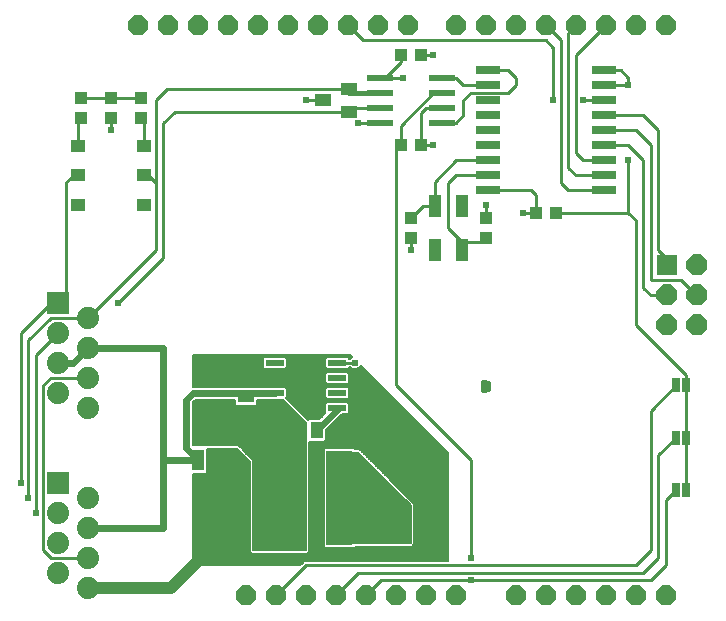
<source format=gtl>
G75*
G70*
%OFA0B0*%
%FSLAX24Y24*%
%IPPOS*%
%LPD*%
%AMOC8*
5,1,8,0,0,1.08239X$1,22.5*
%
%ADD10R,0.0800X0.0260*%
%ADD11R,0.0870X0.0240*%
%ADD12R,0.0433X0.0748*%
%ADD13R,0.0394X0.0433*%
%ADD14R,0.0433X0.0394*%
%ADD15OC8,0.0660*%
%ADD16OC8,0.0700*%
%ADD17R,0.0700X0.0700*%
%ADD18C,0.0740*%
%ADD19R,0.0740X0.0740*%
%ADD20R,0.0250X0.0500*%
%ADD21C,0.0000*%
%ADD22C,0.0001*%
%ADD23R,0.0453X0.0394*%
%ADD24R,0.0551X0.0394*%
%ADD25R,0.0630X0.0210*%
%ADD26R,0.0950X0.1220*%
%ADD27R,0.0440X0.0710*%
%ADD28R,0.0570X0.0440*%
%ADD29R,0.0440X0.0570*%
%ADD30R,0.0310X0.1280*%
%ADD31R,0.0640X0.0860*%
%ADD32R,0.0870X0.3150*%
%ADD33C,0.0100*%
%ADD34C,0.0240*%
%ADD35C,0.0060*%
%ADD36C,0.0238*%
%ADD37C,0.0317*%
%ADD38C,0.0400*%
%ADD39C,0.0160*%
D10*
X021212Y015000D03*
X021212Y015500D03*
X021212Y016000D03*
X021212Y016500D03*
X021212Y017000D03*
X021212Y017500D03*
X021212Y018000D03*
X021212Y018500D03*
X021212Y019000D03*
X025072Y019000D03*
X025072Y018500D03*
X025072Y018000D03*
X025072Y017500D03*
X025072Y017000D03*
X025072Y016500D03*
X025072Y016000D03*
X025072Y015500D03*
X025072Y015000D03*
D11*
X019672Y017250D03*
X019672Y017750D03*
X019672Y018250D03*
X019672Y018750D03*
X017612Y018750D03*
X017612Y018250D03*
X017612Y017750D03*
X017612Y017250D03*
D12*
X019439Y014478D03*
X020345Y014478D03*
X020345Y013022D03*
X019439Y013022D03*
D13*
X018642Y013415D03*
X018642Y014085D03*
X021142Y014085D03*
X021142Y013415D03*
X009642Y017415D03*
X009642Y018085D03*
X008642Y018085D03*
X008642Y017415D03*
X007642Y017415D03*
X007642Y018085D03*
D14*
X018307Y019500D03*
X018977Y019500D03*
X018977Y016500D03*
X018307Y016500D03*
X022807Y014250D03*
X023477Y014250D03*
D15*
X023142Y020500D03*
X022142Y020500D03*
X021142Y020500D03*
X020142Y020500D03*
X018542Y020500D03*
X017542Y020500D03*
X016542Y020500D03*
X015542Y020500D03*
X014542Y020500D03*
X013542Y020500D03*
X012542Y020500D03*
X011542Y020500D03*
X010542Y020500D03*
X009542Y020500D03*
X024142Y020500D03*
X025142Y020500D03*
X026142Y020500D03*
X027142Y020500D03*
X027142Y001500D03*
X026142Y001500D03*
X025142Y001500D03*
X024142Y001500D03*
X023142Y001500D03*
X022142Y001500D03*
X020142Y001500D03*
X019142Y001500D03*
X018142Y001500D03*
X017142Y001500D03*
X016142Y001500D03*
X015142Y001500D03*
X014142Y001500D03*
X013142Y001500D03*
D16*
X027192Y010500D03*
X028192Y010500D03*
X028192Y011500D03*
X027192Y011500D03*
X028192Y012500D03*
D17*
X027192Y012500D03*
D18*
X007892Y010750D03*
X006892Y010250D03*
X007892Y009750D03*
X006892Y009250D03*
X007892Y008750D03*
X006892Y008250D03*
X007892Y007750D03*
X007892Y004750D03*
X006892Y004250D03*
X007892Y003750D03*
X006892Y003250D03*
X007892Y002750D03*
X006892Y002250D03*
X007892Y001750D03*
D19*
X006892Y005250D03*
X006892Y011250D03*
D20*
X027484Y008500D03*
X027804Y008500D03*
X027819Y006750D03*
X027465Y006750D03*
X027465Y005000D03*
X027819Y005000D03*
D21*
X021266Y008344D02*
X021266Y008596D01*
X021266Y008628D01*
X021238Y008636D01*
X021211Y008648D01*
X021179Y008656D01*
X021152Y008667D01*
X021124Y008679D01*
X021097Y008687D01*
X021069Y008699D01*
X021046Y008687D01*
X021018Y008675D01*
X020994Y008663D01*
X020994Y008305D01*
X021018Y008297D01*
X021046Y008285D01*
X021069Y008274D01*
X021097Y008285D01*
X021124Y008293D01*
X021152Y008305D01*
X021179Y008313D01*
X021211Y008325D01*
X021238Y008337D01*
X021266Y008344D01*
D22*
X021265Y008344D02*
X020994Y008344D01*
X020994Y008343D02*
X021262Y008343D01*
X021258Y008342D02*
X020994Y008342D01*
X020994Y008341D02*
X021255Y008341D01*
X021251Y008340D02*
X020994Y008340D01*
X020994Y008339D02*
X021248Y008339D01*
X021244Y008338D02*
X020994Y008338D01*
X020994Y008337D02*
X021241Y008337D01*
X021238Y008336D02*
X020994Y008336D01*
X020994Y008335D02*
X021235Y008335D01*
X021233Y008334D02*
X020994Y008334D01*
X020994Y008333D02*
X021231Y008333D01*
X021228Y008332D02*
X020994Y008332D01*
X020994Y008331D02*
X021226Y008331D01*
X021224Y008330D02*
X020994Y008330D01*
X020994Y008329D02*
X021221Y008329D01*
X021219Y008328D02*
X020994Y008328D01*
X020994Y008327D02*
X021217Y008327D01*
X021214Y008326D02*
X020994Y008326D01*
X020994Y008325D02*
X021212Y008325D01*
X021210Y008324D02*
X020994Y008324D01*
X020994Y008323D02*
X021207Y008323D01*
X021204Y008322D02*
X020994Y008322D01*
X020994Y008321D02*
X021202Y008321D01*
X021199Y008320D02*
X020994Y008320D01*
X020994Y008319D02*
X021196Y008319D01*
X021194Y008318D02*
X020994Y008318D01*
X020994Y008317D02*
X021191Y008317D01*
X021188Y008316D02*
X020994Y008316D01*
X020994Y008315D02*
X021186Y008315D01*
X021183Y008314D02*
X020994Y008314D01*
X020994Y008313D02*
X021180Y008313D01*
X021177Y008312D02*
X020994Y008312D01*
X020994Y008311D02*
X021173Y008311D01*
X021170Y008310D02*
X020994Y008310D01*
X020994Y008309D02*
X021166Y008309D01*
X021163Y008308D02*
X020994Y008308D01*
X020994Y008307D02*
X021159Y008307D01*
X021156Y008306D02*
X020994Y008306D01*
X020994Y008305D02*
X021152Y008305D01*
X021150Y008304D02*
X020997Y008304D01*
X021000Y008303D02*
X021148Y008303D01*
X021145Y008302D02*
X021003Y008302D01*
X021006Y008301D02*
X021143Y008301D01*
X021141Y008300D02*
X021009Y008300D01*
X021012Y008299D02*
X021138Y008299D01*
X021136Y008298D02*
X021015Y008298D01*
X021018Y008297D02*
X021134Y008297D01*
X021131Y008296D02*
X021020Y008296D01*
X021022Y008295D02*
X021129Y008295D01*
X021127Y008294D02*
X021025Y008294D01*
X021027Y008293D02*
X021124Y008293D01*
X021121Y008292D02*
X021029Y008292D01*
X021032Y008291D02*
X021117Y008291D01*
X021114Y008290D02*
X021034Y008290D01*
X021036Y008289D02*
X021110Y008289D01*
X021107Y008288D02*
X021039Y008288D01*
X021041Y008287D02*
X021103Y008287D01*
X021100Y008286D02*
X021043Y008286D01*
X021046Y008285D02*
X021096Y008285D01*
X021094Y008284D02*
X021048Y008284D01*
X021050Y008283D02*
X021092Y008283D01*
X021089Y008282D02*
X021052Y008282D01*
X021054Y008281D02*
X021087Y008281D01*
X021085Y008280D02*
X021056Y008280D01*
X021058Y008279D02*
X021082Y008279D01*
X021080Y008278D02*
X021060Y008278D01*
X021062Y008277D02*
X021078Y008277D01*
X021075Y008276D02*
X021064Y008276D01*
X021066Y008275D02*
X021073Y008275D01*
X021071Y008274D02*
X021068Y008274D01*
X020994Y008345D02*
X021266Y008345D01*
X021266Y008346D02*
X020994Y008346D01*
X020994Y008347D02*
X021266Y008347D01*
X021266Y008348D02*
X020994Y008348D01*
X020994Y008349D02*
X021266Y008349D01*
X021266Y008350D02*
X020994Y008350D01*
X020994Y008351D02*
X021266Y008351D01*
X021266Y008352D02*
X020994Y008352D01*
X020994Y008353D02*
X021266Y008353D01*
X021266Y008354D02*
X020994Y008354D01*
X020994Y008355D02*
X021266Y008355D01*
X021266Y008356D02*
X020994Y008356D01*
X020994Y008357D02*
X021266Y008357D01*
X021266Y008358D02*
X020994Y008358D01*
X020994Y008359D02*
X021266Y008359D01*
X021266Y008360D02*
X020994Y008360D01*
X020994Y008361D02*
X021266Y008361D01*
X021266Y008362D02*
X020994Y008362D01*
X020994Y008363D02*
X021266Y008363D01*
X021266Y008364D02*
X020994Y008364D01*
X020994Y008365D02*
X021266Y008365D01*
X021266Y008366D02*
X020994Y008366D01*
X020994Y008367D02*
X021266Y008367D01*
X021266Y008368D02*
X020994Y008368D01*
X020994Y008369D02*
X021266Y008369D01*
X021266Y008370D02*
X020994Y008370D01*
X020994Y008371D02*
X021266Y008371D01*
X021266Y008372D02*
X020994Y008372D01*
X020994Y008373D02*
X021266Y008373D01*
X021266Y008374D02*
X020994Y008374D01*
X020994Y008375D02*
X021266Y008375D01*
X021266Y008376D02*
X020994Y008376D01*
X020994Y008377D02*
X021266Y008377D01*
X021266Y008378D02*
X020994Y008378D01*
X020994Y008379D02*
X021266Y008379D01*
X021266Y008380D02*
X020994Y008380D01*
X020994Y008381D02*
X021266Y008381D01*
X021266Y008382D02*
X020994Y008382D01*
X020994Y008383D02*
X021266Y008383D01*
X021266Y008384D02*
X020994Y008384D01*
X020994Y008385D02*
X021266Y008385D01*
X021266Y008386D02*
X020994Y008386D01*
X020994Y008387D02*
X021266Y008387D01*
X021266Y008388D02*
X020994Y008388D01*
X020994Y008389D02*
X021266Y008389D01*
X021266Y008390D02*
X020994Y008390D01*
X020994Y008391D02*
X021266Y008391D01*
X021266Y008392D02*
X020994Y008392D01*
X020994Y008393D02*
X021266Y008393D01*
X021266Y008394D02*
X020994Y008394D01*
X020994Y008395D02*
X021266Y008395D01*
X021266Y008396D02*
X020994Y008396D01*
X020994Y008397D02*
X021266Y008397D01*
X021266Y008398D02*
X020994Y008398D01*
X020994Y008399D02*
X021266Y008399D01*
X021266Y008400D02*
X020994Y008400D01*
X020994Y008401D02*
X021266Y008401D01*
X021266Y008402D02*
X020994Y008402D01*
X020994Y008403D02*
X021266Y008403D01*
X021266Y008404D02*
X020994Y008404D01*
X020994Y008405D02*
X021266Y008405D01*
X021266Y008406D02*
X020994Y008406D01*
X020994Y008407D02*
X021266Y008407D01*
X021266Y008408D02*
X020994Y008408D01*
X020994Y008409D02*
X021266Y008409D01*
X021266Y008410D02*
X020994Y008410D01*
X020994Y008411D02*
X021266Y008411D01*
X021266Y008412D02*
X020994Y008412D01*
X020994Y008413D02*
X021266Y008413D01*
X021266Y008414D02*
X020994Y008414D01*
X020994Y008415D02*
X021266Y008415D01*
X021266Y008416D02*
X020994Y008416D01*
X020994Y008417D02*
X021266Y008417D01*
X021266Y008418D02*
X020994Y008418D01*
X020994Y008419D02*
X021266Y008419D01*
X021266Y008420D02*
X020994Y008420D01*
X020994Y008421D02*
X021266Y008421D01*
X021266Y008422D02*
X020994Y008422D01*
X020994Y008423D02*
X021266Y008423D01*
X021266Y008424D02*
X020994Y008424D01*
X020994Y008425D02*
X021266Y008425D01*
X021266Y008426D02*
X020994Y008426D01*
X020994Y008427D02*
X021266Y008427D01*
X021266Y008428D02*
X020994Y008428D01*
X020994Y008429D02*
X021266Y008429D01*
X021266Y008430D02*
X020994Y008430D01*
X020994Y008431D02*
X021266Y008431D01*
X021266Y008432D02*
X020994Y008432D01*
X020994Y008433D02*
X021266Y008433D01*
X021266Y008434D02*
X020994Y008434D01*
X020994Y008435D02*
X021266Y008435D01*
X021266Y008436D02*
X020994Y008436D01*
X020994Y008437D02*
X021266Y008437D01*
X021266Y008438D02*
X020994Y008438D01*
X020994Y008439D02*
X021266Y008439D01*
X021266Y008440D02*
X020994Y008440D01*
X020994Y008441D02*
X021266Y008441D01*
X021266Y008442D02*
X020994Y008442D01*
X020994Y008443D02*
X021266Y008443D01*
X021266Y008444D02*
X020994Y008444D01*
X020994Y008445D02*
X021266Y008445D01*
X021266Y008446D02*
X020994Y008446D01*
X020994Y008447D02*
X021266Y008447D01*
X021266Y008448D02*
X020994Y008448D01*
X020994Y008449D02*
X021266Y008449D01*
X021266Y008450D02*
X020994Y008450D01*
X020994Y008451D02*
X021266Y008451D01*
X021266Y008452D02*
X020994Y008452D01*
X020994Y008453D02*
X021266Y008453D01*
X021266Y008454D02*
X020994Y008454D01*
X020994Y008455D02*
X021266Y008455D01*
X021266Y008456D02*
X020994Y008456D01*
X020994Y008457D02*
X021266Y008457D01*
X021266Y008458D02*
X020994Y008458D01*
X020994Y008459D02*
X021266Y008459D01*
X021266Y008460D02*
X020994Y008460D01*
X020994Y008461D02*
X021266Y008461D01*
X021266Y008462D02*
X020994Y008462D01*
X020994Y008463D02*
X021266Y008463D01*
X021266Y008464D02*
X020994Y008464D01*
X020994Y008465D02*
X021266Y008465D01*
X021266Y008466D02*
X020994Y008466D01*
X020994Y008467D02*
X021266Y008467D01*
X021266Y008468D02*
X020994Y008468D01*
X020994Y008469D02*
X021266Y008469D01*
X021266Y008470D02*
X020994Y008470D01*
X020994Y008471D02*
X021266Y008471D01*
X021266Y008472D02*
X020994Y008472D01*
X020994Y008473D02*
X021266Y008473D01*
X021266Y008474D02*
X020994Y008474D01*
X020994Y008475D02*
X021266Y008475D01*
X021266Y008476D02*
X020994Y008476D01*
X020994Y008477D02*
X021266Y008477D01*
X021266Y008478D02*
X020994Y008478D01*
X020994Y008479D02*
X021266Y008479D01*
X021266Y008480D02*
X020994Y008480D01*
X020994Y008481D02*
X021266Y008481D01*
X021266Y008482D02*
X020994Y008482D01*
X020994Y008483D02*
X021266Y008483D01*
X021266Y008484D02*
X020994Y008484D01*
X020994Y008485D02*
X021266Y008485D01*
X021266Y008486D02*
X020994Y008486D01*
X020994Y008487D02*
X021266Y008487D01*
X021266Y008488D02*
X020994Y008488D01*
X020994Y008489D02*
X021266Y008489D01*
X021266Y008490D02*
X020994Y008490D01*
X020994Y008491D02*
X021266Y008491D01*
X021266Y008492D02*
X020994Y008492D01*
X020994Y008493D02*
X021266Y008493D01*
X021266Y008494D02*
X020994Y008494D01*
X020994Y008495D02*
X021266Y008495D01*
X021266Y008496D02*
X020994Y008496D01*
X020994Y008497D02*
X021266Y008497D01*
X021266Y008498D02*
X020994Y008498D01*
X020994Y008499D02*
X021266Y008499D01*
X021266Y008500D02*
X020994Y008500D01*
X020994Y008501D02*
X021266Y008501D01*
X021266Y008502D02*
X020994Y008502D01*
X020994Y008503D02*
X021266Y008503D01*
X021266Y008504D02*
X020994Y008504D01*
X020994Y008505D02*
X021266Y008505D01*
X021266Y008506D02*
X020994Y008506D01*
X020994Y008507D02*
X021266Y008507D01*
X021266Y008508D02*
X020994Y008508D01*
X020994Y008509D02*
X021266Y008509D01*
X021266Y008510D02*
X020994Y008510D01*
X020994Y008511D02*
X021266Y008511D01*
X021266Y008512D02*
X020994Y008512D01*
X020994Y008513D02*
X021266Y008513D01*
X021266Y008514D02*
X020994Y008514D01*
X020994Y008515D02*
X021266Y008515D01*
X021266Y008516D02*
X020994Y008516D01*
X020994Y008517D02*
X021266Y008517D01*
X021266Y008518D02*
X020994Y008518D01*
X020994Y008519D02*
X021266Y008519D01*
X021266Y008520D02*
X020994Y008520D01*
X020994Y008521D02*
X021266Y008521D01*
X021266Y008522D02*
X020994Y008522D01*
X020994Y008523D02*
X021266Y008523D01*
X021266Y008524D02*
X020994Y008524D01*
X020994Y008525D02*
X021266Y008525D01*
X021266Y008526D02*
X020994Y008526D01*
X020994Y008527D02*
X021266Y008527D01*
X021266Y008528D02*
X020994Y008528D01*
X020994Y008529D02*
X021266Y008529D01*
X021266Y008530D02*
X020994Y008530D01*
X020994Y008531D02*
X021266Y008531D01*
X021266Y008532D02*
X020994Y008532D01*
X020994Y008533D02*
X021266Y008533D01*
X021266Y008534D02*
X020994Y008534D01*
X020994Y008535D02*
X021266Y008535D01*
X021266Y008536D02*
X020994Y008536D01*
X020994Y008537D02*
X021266Y008537D01*
X021266Y008538D02*
X020994Y008538D01*
X020994Y008539D02*
X021266Y008539D01*
X021266Y008540D02*
X020994Y008540D01*
X020994Y008541D02*
X021266Y008541D01*
X021266Y008542D02*
X020994Y008542D01*
X020994Y008543D02*
X021266Y008543D01*
X021266Y008544D02*
X020994Y008544D01*
X020994Y008545D02*
X021266Y008545D01*
X021266Y008546D02*
X020994Y008546D01*
X020994Y008547D02*
X021266Y008547D01*
X021266Y008548D02*
X020994Y008548D01*
X020994Y008549D02*
X021266Y008549D01*
X021266Y008550D02*
X020994Y008550D01*
X020994Y008551D02*
X021266Y008551D01*
X021266Y008552D02*
X020994Y008552D01*
X020994Y008553D02*
X021266Y008553D01*
X021266Y008554D02*
X020994Y008554D01*
X020994Y008555D02*
X021266Y008555D01*
X021266Y008556D02*
X020994Y008556D01*
X020994Y008557D02*
X021266Y008557D01*
X021266Y008558D02*
X020994Y008558D01*
X020994Y008559D02*
X021266Y008559D01*
X021266Y008560D02*
X020994Y008560D01*
X020994Y008561D02*
X021266Y008561D01*
X021266Y008562D02*
X020994Y008562D01*
X020994Y008563D02*
X021266Y008563D01*
X021266Y008564D02*
X020994Y008564D01*
X020994Y008565D02*
X021266Y008565D01*
X021266Y008566D02*
X020994Y008566D01*
X020994Y008567D02*
X021266Y008567D01*
X021266Y008568D02*
X020994Y008568D01*
X020994Y008569D02*
X021266Y008569D01*
X021266Y008570D02*
X020994Y008570D01*
X020994Y008571D02*
X021266Y008571D01*
X021266Y008572D02*
X020994Y008572D01*
X020994Y008573D02*
X021266Y008573D01*
X021266Y008574D02*
X020994Y008574D01*
X020994Y008575D02*
X021266Y008575D01*
X021266Y008576D02*
X020994Y008576D01*
X020994Y008577D02*
X021266Y008577D01*
X021266Y008578D02*
X020994Y008578D01*
X020994Y008579D02*
X021266Y008579D01*
X021266Y008580D02*
X020994Y008580D01*
X020994Y008581D02*
X021266Y008581D01*
X021266Y008582D02*
X020994Y008582D01*
X020994Y008583D02*
X021266Y008583D01*
X021266Y008584D02*
X020994Y008584D01*
X020994Y008585D02*
X021266Y008585D01*
X021266Y008586D02*
X020994Y008586D01*
X020994Y008587D02*
X021266Y008587D01*
X021266Y008588D02*
X020994Y008588D01*
X020994Y008589D02*
X021266Y008589D01*
X021266Y008590D02*
X020994Y008590D01*
X020994Y008591D02*
X021266Y008591D01*
X021266Y008592D02*
X020994Y008592D01*
X020994Y008593D02*
X021266Y008593D01*
X021266Y008594D02*
X020994Y008594D01*
X020994Y008595D02*
X021266Y008595D01*
X021266Y008596D02*
X020994Y008596D01*
X020994Y008597D02*
X021266Y008597D01*
X021266Y008598D02*
X020994Y008598D01*
X020994Y008599D02*
X021266Y008599D01*
X021266Y008600D02*
X020994Y008600D01*
X020994Y008601D02*
X021266Y008601D01*
X021266Y008602D02*
X020994Y008602D01*
X020994Y008603D02*
X021266Y008603D01*
X021266Y008604D02*
X020994Y008604D01*
X020994Y008605D02*
X021266Y008605D01*
X021266Y008606D02*
X020994Y008606D01*
X020994Y008607D02*
X021266Y008607D01*
X021266Y008608D02*
X020994Y008608D01*
X020994Y008609D02*
X021266Y008609D01*
X021266Y008610D02*
X020994Y008610D01*
X020994Y008611D02*
X021266Y008611D01*
X021266Y008612D02*
X020994Y008612D01*
X020994Y008613D02*
X021266Y008613D01*
X021266Y008614D02*
X020994Y008614D01*
X020994Y008615D02*
X021266Y008615D01*
X021266Y008616D02*
X020994Y008616D01*
X020994Y008617D02*
X021266Y008617D01*
X021266Y008618D02*
X020994Y008618D01*
X020994Y008619D02*
X021266Y008619D01*
X021266Y008620D02*
X020994Y008620D01*
X020994Y008621D02*
X021266Y008621D01*
X021266Y008622D02*
X020994Y008622D01*
X020994Y008623D02*
X021266Y008623D01*
X021266Y008624D02*
X020994Y008624D01*
X020994Y008625D02*
X021266Y008625D01*
X021266Y008626D02*
X020994Y008626D01*
X020994Y008627D02*
X021266Y008627D01*
X021266Y008628D02*
X020994Y008628D01*
X020994Y008629D02*
X021262Y008629D01*
X021259Y008630D02*
X020994Y008630D01*
X020994Y008631D02*
X021255Y008631D01*
X021252Y008632D02*
X020994Y008632D01*
X020994Y008633D02*
X021248Y008633D01*
X021245Y008634D02*
X020994Y008634D01*
X020994Y008635D02*
X021241Y008635D01*
X021238Y008636D02*
X020994Y008636D01*
X020994Y008637D02*
X021236Y008637D01*
X021233Y008638D02*
X020994Y008638D01*
X020994Y008639D02*
X021231Y008639D01*
X021229Y008640D02*
X020994Y008640D01*
X020994Y008641D02*
X021226Y008641D01*
X021224Y008642D02*
X020994Y008642D01*
X020994Y008643D02*
X021222Y008643D01*
X021219Y008644D02*
X020994Y008644D01*
X020994Y008645D02*
X021217Y008645D01*
X021215Y008646D02*
X020994Y008646D01*
X020994Y008647D02*
X021212Y008647D01*
X021210Y008648D02*
X020994Y008648D01*
X020994Y008649D02*
X021206Y008649D01*
X021202Y008650D02*
X020994Y008650D01*
X020994Y008651D02*
X021198Y008651D01*
X021194Y008652D02*
X020994Y008652D01*
X020994Y008653D02*
X021190Y008653D01*
X021186Y008654D02*
X020994Y008654D01*
X020994Y008655D02*
X021182Y008655D01*
X021178Y008656D02*
X020994Y008656D01*
X020994Y008657D02*
X021176Y008657D01*
X021174Y008658D02*
X020994Y008658D01*
X020994Y008659D02*
X021171Y008659D01*
X021169Y008660D02*
X020994Y008660D01*
X020994Y008661D02*
X021167Y008661D01*
X021164Y008662D02*
X020994Y008662D01*
X020994Y008663D02*
X021162Y008663D01*
X021160Y008664D02*
X020995Y008664D01*
X020997Y008665D02*
X021157Y008665D01*
X021155Y008666D02*
X020999Y008666D01*
X021001Y008667D02*
X021153Y008667D01*
X021150Y008668D02*
X021003Y008668D01*
X021005Y008669D02*
X021148Y008669D01*
X021146Y008670D02*
X021007Y008670D01*
X021009Y008671D02*
X021143Y008671D01*
X021141Y008672D02*
X021011Y008672D01*
X021013Y008673D02*
X021139Y008673D01*
X021136Y008674D02*
X021015Y008674D01*
X021017Y008675D02*
X021134Y008675D01*
X021132Y008676D02*
X021020Y008676D01*
X021022Y008677D02*
X021129Y008677D01*
X021127Y008678D02*
X021024Y008678D01*
X021027Y008679D02*
X021125Y008679D01*
X021121Y008680D02*
X021029Y008680D01*
X021031Y008681D02*
X021118Y008681D01*
X021114Y008682D02*
X021034Y008682D01*
X021036Y008683D02*
X021111Y008683D01*
X021107Y008684D02*
X021038Y008684D01*
X021041Y008685D02*
X021104Y008685D01*
X021100Y008686D02*
X021043Y008686D01*
X021045Y008687D02*
X021097Y008687D01*
X021095Y008688D02*
X021047Y008688D01*
X021049Y008689D02*
X021092Y008689D01*
X021090Y008690D02*
X021051Y008690D01*
X021053Y008691D02*
X021088Y008691D01*
X021085Y008692D02*
X021055Y008692D01*
X021057Y008693D02*
X021083Y008693D01*
X021081Y008694D02*
X021059Y008694D01*
X021061Y008695D02*
X021078Y008695D01*
X021076Y008696D02*
X021063Y008696D01*
X021065Y008697D02*
X021074Y008697D01*
X021071Y008698D02*
X021067Y008698D01*
D23*
X009754Y014516D03*
X009754Y015500D03*
X009754Y016484D03*
X007530Y016484D03*
X007530Y015500D03*
X007530Y014516D03*
D24*
X015709Y018000D03*
X016575Y017626D03*
X016575Y018374D03*
D25*
X016182Y009250D03*
X016182Y008750D03*
X016182Y008250D03*
X016182Y007750D03*
X014102Y007750D03*
X014102Y008250D03*
X014102Y008750D03*
X014102Y009250D03*
D26*
X015142Y008500D03*
D27*
X012732Y006000D03*
X011552Y006000D03*
D28*
X013142Y008140D03*
X013142Y008860D03*
D29*
X014782Y007000D03*
X015502Y007000D03*
D30*
X018392Y005650D03*
X018392Y003850D03*
D31*
X011892Y007520D03*
X011892Y008980D03*
D32*
X014022Y004750D03*
X016262Y004750D03*
D33*
X016892Y004750D02*
X016892Y004500D01*
X015142Y002500D02*
X026142Y002500D01*
X026642Y003000D01*
X026642Y007658D01*
X027484Y008500D01*
X027804Y008500D02*
X027804Y008838D01*
X026142Y010500D01*
X026142Y014000D01*
X025892Y014250D01*
X025892Y016000D01*
X026392Y016000D02*
X025892Y016500D01*
X025072Y016500D01*
X025072Y017000D02*
X026142Y017000D01*
X026642Y016500D01*
X026642Y012000D01*
X027642Y012000D01*
X028142Y011500D01*
X028192Y011500D01*
X027192Y011500D02*
X026642Y011500D01*
X026392Y011750D01*
X026392Y016000D01*
X025072Y016000D02*
X024392Y016000D01*
X024142Y016250D01*
X024142Y019500D01*
X025142Y020500D01*
X024142Y020500D02*
X023892Y020250D01*
X023892Y015750D01*
X024142Y015500D01*
X025072Y015500D01*
X025072Y015000D02*
X023892Y015000D01*
X023642Y015250D01*
X023642Y020000D01*
X023142Y020500D01*
X023142Y020000D02*
X017042Y020000D01*
X016542Y020500D01*
X018307Y019500D02*
X018307Y019275D01*
X017837Y018805D01*
X017892Y018750D01*
X018392Y018750D01*
X017837Y018805D02*
X017612Y018805D01*
X017612Y018750D01*
X016575Y018374D02*
X010516Y018374D01*
X010142Y018000D01*
X010142Y015000D01*
X010142Y013000D01*
X007892Y010750D01*
X006642Y010750D01*
X005892Y010000D01*
X005892Y004750D01*
X006142Y004250D02*
X006142Y009500D01*
X006892Y010250D01*
X006892Y011250D02*
X006642Y011250D01*
X005642Y010250D01*
X005642Y005250D01*
X006392Y003000D02*
X006642Y002750D01*
X007892Y002750D01*
X006392Y003000D02*
X006392Y008500D01*
X006642Y008750D01*
X007892Y008750D01*
X008892Y011250D02*
X010392Y012750D01*
X010392Y017250D01*
X010768Y017626D01*
X016575Y017626D01*
X016699Y017750D01*
X017612Y017750D01*
X017612Y017250D02*
X016892Y017250D01*
X015709Y018000D02*
X015142Y018000D01*
X018142Y016500D02*
X018142Y008500D01*
X020642Y006000D01*
X020642Y002750D01*
X020642Y002000D02*
X019892Y002000D01*
X020642Y002000D01*
X026642Y002000D01*
X027142Y002500D01*
X027142Y004677D01*
X027465Y005000D01*
X027819Y005000D02*
X027819Y008485D01*
X027804Y008500D01*
X027819Y006750D02*
X027819Y005000D01*
X026892Y006177D02*
X027465Y006750D01*
X026892Y006177D02*
X026892Y002750D01*
X026392Y002250D01*
X016892Y002250D01*
X016142Y001500D01*
X017142Y001500D02*
X017642Y002000D01*
X019892Y002000D01*
X015142Y002500D02*
X014142Y001500D01*
X016182Y009250D02*
X016767Y009250D01*
X018642Y013000D02*
X018642Y013415D01*
X018642Y014085D02*
X019036Y014478D01*
X019439Y014478D01*
X019439Y015297D01*
X020142Y016000D01*
X021212Y016000D01*
X021212Y015500D02*
X020142Y015500D01*
X019892Y015250D01*
X019892Y013750D01*
X020345Y013297D01*
X021024Y013297D01*
X021142Y013415D01*
X021142Y014085D02*
X021142Y014500D01*
X021212Y015000D02*
X022642Y015000D01*
X022807Y014835D01*
X022807Y014250D01*
X022392Y014250D01*
X023477Y014250D02*
X025892Y014250D01*
X026892Y013000D02*
X026892Y017000D01*
X026392Y017500D01*
X025072Y017500D01*
X025072Y018000D02*
X024392Y018000D01*
X025072Y018500D02*
X025892Y018500D01*
X025892Y018750D01*
X025642Y019000D01*
X025072Y019000D01*
X023392Y019750D02*
X023392Y018000D01*
X022142Y018500D02*
X022142Y018750D01*
X021892Y019000D01*
X021212Y019000D01*
X021212Y018500D02*
X020392Y018500D01*
X020142Y018750D01*
X019672Y018750D01*
X019672Y018250D02*
X019392Y018250D01*
X018307Y017165D01*
X018307Y016500D01*
X018142Y016500D01*
X018977Y016500D02*
X019392Y016500D01*
X018977Y016500D02*
X018977Y017585D01*
X019142Y017750D01*
X019672Y017750D01*
X019672Y017250D02*
X020142Y017250D01*
X020392Y017500D01*
X020392Y018000D01*
X020642Y018250D01*
X021892Y018250D01*
X022142Y018500D01*
X021212Y018500D02*
X021142Y018500D01*
X021212Y018500D01*
X019392Y019500D02*
X018977Y019500D01*
X023142Y020000D02*
X023392Y019750D01*
X020345Y013297D02*
X020345Y013022D01*
X026892Y013000D02*
X027192Y012700D01*
X027192Y012500D01*
X010142Y015000D02*
X010142Y015250D01*
X009892Y015500D01*
X009754Y015500D01*
X009754Y016484D02*
X009754Y017303D01*
X009642Y017415D01*
X009642Y018085D02*
X008642Y018085D01*
X007642Y018085D01*
X007642Y017415D02*
X007530Y017303D01*
X007530Y016484D01*
X007530Y015500D02*
X007392Y015500D01*
X007142Y015250D01*
X007142Y011500D01*
X006892Y011250D01*
X008642Y017000D02*
X008642Y017415D01*
D34*
X007892Y009750D02*
X007392Y009250D01*
X006892Y009250D01*
X007892Y009750D02*
X010392Y009750D01*
X010392Y006000D01*
X011552Y006000D01*
X011142Y006410D01*
X011142Y008000D01*
X011392Y008250D01*
X013142Y008250D01*
X013142Y008140D01*
X013252Y008250D01*
X014102Y008250D01*
X014102Y008750D02*
X013252Y008750D01*
X013142Y008860D01*
X014102Y007750D02*
X014497Y007355D01*
X014332Y007520D01*
X011892Y007520D01*
X010392Y006000D02*
X010392Y003750D01*
X007892Y003750D01*
X010392Y003750D02*
X010392Y006000D01*
X014022Y006240D02*
X014022Y004750D01*
X014022Y006240D02*
X014782Y007000D01*
X014782Y007070D01*
X014497Y007355D01*
X015502Y007000D02*
X016182Y007680D01*
X016182Y007750D01*
X016262Y004750D02*
X016142Y004630D01*
X016142Y004000D01*
X016292Y003850D01*
X018392Y003850D01*
D35*
X018642Y003835D02*
X015892Y003835D01*
X015892Y003893D02*
X018642Y003893D01*
X018642Y003952D02*
X015892Y003952D01*
X015892Y004010D02*
X018642Y004010D01*
X018642Y004069D02*
X015892Y004069D01*
X015892Y004127D02*
X018642Y004127D01*
X018642Y004186D02*
X015892Y004186D01*
X015892Y004244D02*
X018642Y004244D01*
X018642Y004303D02*
X015892Y004303D01*
X015892Y004361D02*
X018642Y004361D01*
X018642Y004420D02*
X015892Y004420D01*
X015892Y004478D02*
X018642Y004478D01*
X018642Y004500D02*
X018642Y003250D01*
X015892Y003250D01*
X015892Y006250D01*
X016892Y006250D01*
X018147Y004995D01*
X018147Y004973D01*
X018200Y004920D01*
X018222Y004920D01*
X018642Y004500D01*
X018605Y004537D02*
X015892Y004537D01*
X015892Y004595D02*
X018547Y004595D01*
X018488Y004654D02*
X015892Y004654D01*
X015892Y004712D02*
X018430Y004712D01*
X018371Y004771D02*
X015892Y004771D01*
X015892Y004829D02*
X018313Y004829D01*
X018254Y004888D02*
X015892Y004888D01*
X015892Y004946D02*
X018174Y004946D01*
X018137Y005005D02*
X015892Y005005D01*
X015892Y005063D02*
X018079Y005063D01*
X018020Y005122D02*
X015892Y005122D01*
X015892Y005180D02*
X017962Y005180D01*
X017903Y005239D02*
X015892Y005239D01*
X015892Y005297D02*
X017845Y005297D01*
X017786Y005356D02*
X015892Y005356D01*
X015892Y005414D02*
X017728Y005414D01*
X017669Y005473D02*
X015892Y005473D01*
X015892Y005531D02*
X017611Y005531D01*
X017552Y005590D02*
X015892Y005590D01*
X015892Y005648D02*
X017494Y005648D01*
X017435Y005707D02*
X015892Y005707D01*
X015892Y005765D02*
X017377Y005765D01*
X017318Y005824D02*
X015892Y005824D01*
X015892Y005882D02*
X017260Y005882D01*
X017201Y005941D02*
X015892Y005941D01*
X015892Y005999D02*
X017143Y005999D01*
X017084Y006058D02*
X015892Y006058D01*
X015892Y006116D02*
X017026Y006116D01*
X016967Y006175D02*
X015892Y006175D01*
X015892Y006233D02*
X016909Y006233D01*
X017020Y006292D02*
X019850Y006292D01*
X019892Y006250D02*
X019892Y002640D01*
X015084Y002640D01*
X015002Y002558D01*
X014944Y002500D01*
X011392Y002500D01*
X011392Y005555D01*
X011809Y005555D01*
X011862Y005608D01*
X011862Y006380D01*
X012842Y006380D01*
X013272Y005950D01*
X013272Y002950D01*
X013342Y002880D01*
X015192Y002880D01*
X015262Y002950D01*
X015262Y006625D01*
X015759Y006625D01*
X015812Y006678D01*
X015812Y007013D01*
X016269Y007470D01*
X016354Y007555D01*
X016534Y007555D01*
X016587Y007608D01*
X016587Y007892D01*
X016534Y007945D01*
X016284Y007945D01*
X016269Y007960D01*
X016095Y007960D01*
X016080Y007945D01*
X015830Y007945D01*
X015777Y007892D01*
X015777Y007608D01*
X015795Y007590D01*
X015580Y007375D01*
X015245Y007375D01*
X015216Y007346D01*
X015192Y007370D01*
X014480Y008081D01*
X014507Y008108D01*
X014507Y008392D01*
X014454Y008445D01*
X014204Y008445D01*
X014189Y008460D01*
X011392Y008460D01*
X011392Y009500D01*
X016642Y009500D01*
X016683Y009459D01*
X016680Y009459D01*
X016611Y009390D01*
X016587Y009390D01*
X016587Y009392D01*
X016613Y009392D01*
X016587Y009392D02*
X016534Y009445D01*
X015830Y009445D01*
X015777Y009392D01*
X014507Y009392D01*
X014454Y009445D01*
X013750Y009445D01*
X013697Y009392D01*
X011392Y009392D01*
X011392Y009334D02*
X013697Y009334D01*
X013697Y009392D02*
X013697Y009108D01*
X013750Y009055D01*
X014454Y009055D01*
X014507Y009108D01*
X014507Y009392D01*
X014507Y009334D02*
X015777Y009334D01*
X015777Y009392D02*
X015777Y009108D01*
X015830Y009055D01*
X016534Y009055D01*
X016587Y009108D01*
X016587Y009110D01*
X016611Y009110D01*
X016680Y009041D01*
X011392Y009041D01*
X011392Y008983D02*
X017159Y008983D01*
X017101Y009041D02*
X016854Y009041D01*
X016976Y009163D01*
X016976Y009166D01*
X019892Y006250D01*
X019892Y006233D02*
X017079Y006233D01*
X017137Y006175D02*
X019892Y006175D01*
X019892Y006116D02*
X017196Y006116D01*
X017254Y006058D02*
X019892Y006058D01*
X019892Y005999D02*
X017313Y005999D01*
X017371Y005941D02*
X019892Y005941D01*
X019892Y005882D02*
X017430Y005882D01*
X017488Y005824D02*
X019892Y005824D01*
X019892Y005765D02*
X017547Y005765D01*
X017605Y005707D02*
X019892Y005707D01*
X019892Y005648D02*
X017664Y005648D01*
X017722Y005590D02*
X019892Y005590D01*
X019892Y005531D02*
X017781Y005531D01*
X017839Y005473D02*
X019892Y005473D01*
X019892Y005414D02*
X017898Y005414D01*
X017956Y005356D02*
X019892Y005356D01*
X019892Y005297D02*
X018015Y005297D01*
X018073Y005239D02*
X019892Y005239D01*
X019892Y005180D02*
X018132Y005180D01*
X018190Y005122D02*
X019892Y005122D01*
X019892Y005063D02*
X018249Y005063D01*
X018307Y005005D02*
X019892Y005005D01*
X019892Y004946D02*
X018366Y004946D01*
X018424Y004888D02*
X019892Y004888D01*
X019892Y004829D02*
X018483Y004829D01*
X018541Y004771D02*
X019892Y004771D01*
X019892Y004712D02*
X018600Y004712D01*
X018658Y004654D02*
X019892Y004654D01*
X019892Y004595D02*
X018717Y004595D01*
X018692Y004620D02*
X016942Y006370D01*
X016779Y006370D01*
X016734Y006415D01*
X015790Y006415D01*
X015737Y006362D01*
X015737Y003138D01*
X015790Y003085D01*
X016734Y003085D01*
X016779Y003130D01*
X018190Y003130D01*
X018200Y003120D01*
X018584Y003120D01*
X018594Y003130D01*
X018692Y003130D01*
X018762Y003200D01*
X018762Y004550D01*
X018692Y004620D01*
X018762Y004537D02*
X019892Y004537D01*
X019892Y004478D02*
X018762Y004478D01*
X018762Y004420D02*
X019892Y004420D01*
X019892Y004361D02*
X018762Y004361D01*
X018762Y004303D02*
X019892Y004303D01*
X019892Y004244D02*
X018762Y004244D01*
X018762Y004186D02*
X019892Y004186D01*
X019892Y004127D02*
X018762Y004127D01*
X018762Y004069D02*
X019892Y004069D01*
X019892Y004010D02*
X018762Y004010D01*
X018762Y003952D02*
X019892Y003952D01*
X019892Y003893D02*
X018762Y003893D01*
X018762Y003835D02*
X019892Y003835D01*
X019892Y003776D02*
X018762Y003776D01*
X018762Y003718D02*
X019892Y003718D01*
X019892Y003659D02*
X018762Y003659D01*
X018762Y003601D02*
X019892Y003601D01*
X019892Y003542D02*
X018762Y003542D01*
X018762Y003484D02*
X019892Y003484D01*
X019892Y003425D02*
X018762Y003425D01*
X018762Y003367D02*
X019892Y003367D01*
X019892Y003308D02*
X018762Y003308D01*
X018762Y003250D02*
X019892Y003250D01*
X019892Y003191D02*
X018753Y003191D01*
X018694Y003133D02*
X019892Y003133D01*
X019892Y003074D02*
X015262Y003074D01*
X015262Y003016D02*
X019892Y003016D01*
X019892Y002957D02*
X015262Y002957D01*
X015210Y002899D02*
X019892Y002899D01*
X019892Y002840D02*
X011392Y002840D01*
X011392Y002782D02*
X019892Y002782D01*
X019892Y002723D02*
X011392Y002723D01*
X011392Y002665D02*
X019892Y002665D01*
X018642Y003308D02*
X015892Y003308D01*
X015892Y003367D02*
X018642Y003367D01*
X018642Y003425D02*
X015892Y003425D01*
X015892Y003484D02*
X018642Y003484D01*
X018642Y003542D02*
X015892Y003542D01*
X015892Y003601D02*
X018642Y003601D01*
X018642Y003659D02*
X015892Y003659D01*
X015892Y003718D02*
X018642Y003718D01*
X018642Y003776D02*
X015892Y003776D01*
X015737Y003776D02*
X015262Y003776D01*
X015262Y003718D02*
X015737Y003718D01*
X015737Y003659D02*
X015262Y003659D01*
X015262Y003601D02*
X015737Y003601D01*
X015737Y003542D02*
X015262Y003542D01*
X015262Y003484D02*
X015737Y003484D01*
X015737Y003425D02*
X015262Y003425D01*
X015262Y003367D02*
X015737Y003367D01*
X015737Y003308D02*
X015262Y003308D01*
X015262Y003250D02*
X015737Y003250D01*
X015737Y003191D02*
X015262Y003191D01*
X015262Y003133D02*
X015742Y003133D01*
X015142Y003133D02*
X013392Y003133D01*
X013392Y003191D02*
X015142Y003191D01*
X015142Y003250D02*
X013392Y003250D01*
X013392Y003308D02*
X015142Y003308D01*
X015142Y003367D02*
X013392Y003367D01*
X013392Y003425D02*
X015142Y003425D01*
X015142Y003484D02*
X013392Y003484D01*
X013392Y003542D02*
X015142Y003542D01*
X015142Y003601D02*
X013392Y003601D01*
X013392Y003659D02*
X015142Y003659D01*
X015142Y003718D02*
X013392Y003718D01*
X013392Y003776D02*
X015142Y003776D01*
X015142Y003835D02*
X013392Y003835D01*
X013392Y003893D02*
X015142Y003893D01*
X015142Y003952D02*
X013392Y003952D01*
X013392Y004010D02*
X015142Y004010D01*
X015142Y004069D02*
X013392Y004069D01*
X013392Y004127D02*
X015142Y004127D01*
X015142Y004186D02*
X013392Y004186D01*
X013392Y004244D02*
X015142Y004244D01*
X015142Y004303D02*
X013392Y004303D01*
X013392Y004361D02*
X015142Y004361D01*
X015142Y004420D02*
X013392Y004420D01*
X013392Y004478D02*
X015142Y004478D01*
X015142Y004537D02*
X013392Y004537D01*
X013392Y004595D02*
X015142Y004595D01*
X015142Y004654D02*
X013392Y004654D01*
X013392Y004712D02*
X015142Y004712D01*
X015142Y004771D02*
X013392Y004771D01*
X013392Y004829D02*
X015142Y004829D01*
X015142Y004888D02*
X013392Y004888D01*
X013392Y004946D02*
X015142Y004946D01*
X015142Y005005D02*
X013392Y005005D01*
X013392Y005063D02*
X015142Y005063D01*
X015142Y005122D02*
X013392Y005122D01*
X013392Y005180D02*
X015142Y005180D01*
X015142Y005239D02*
X013392Y005239D01*
X013392Y005297D02*
X015142Y005297D01*
X015142Y005356D02*
X013392Y005356D01*
X013392Y005414D02*
X015142Y005414D01*
X015142Y005473D02*
X013392Y005473D01*
X013392Y005531D02*
X015142Y005531D01*
X015142Y005590D02*
X013392Y005590D01*
X013392Y005648D02*
X015142Y005648D01*
X015142Y005707D02*
X013392Y005707D01*
X013392Y005765D02*
X015142Y005765D01*
X015142Y005824D02*
X013392Y005824D01*
X013392Y005882D02*
X015142Y005882D01*
X015142Y005941D02*
X013392Y005941D01*
X013392Y005999D02*
X015142Y005999D01*
X015142Y006058D02*
X013334Y006058D01*
X013392Y006000D02*
X013042Y006350D01*
X013042Y006392D01*
X012989Y006445D01*
X012947Y006445D01*
X012892Y006500D01*
X011392Y006500D01*
X011392Y007953D01*
X011439Y008000D01*
X012767Y008000D01*
X012767Y007883D01*
X012820Y007830D01*
X013464Y007830D01*
X013517Y007883D01*
X013517Y008000D01*
X014392Y008000D01*
X015142Y007250D01*
X015142Y003000D01*
X013392Y003000D01*
X013392Y006000D01*
X013272Y005941D02*
X011862Y005941D01*
X011862Y005999D02*
X013223Y005999D01*
X013165Y006058D02*
X011862Y006058D01*
X011862Y006116D02*
X013106Y006116D01*
X013048Y006175D02*
X011862Y006175D01*
X011862Y006233D02*
X012989Y006233D01*
X012931Y006292D02*
X011862Y006292D01*
X011862Y006350D02*
X012872Y006350D01*
X012925Y006467D02*
X015142Y006467D01*
X015142Y006409D02*
X013026Y006409D01*
X013042Y006350D02*
X015142Y006350D01*
X015142Y006292D02*
X013100Y006292D01*
X013159Y006233D02*
X015142Y006233D01*
X015142Y006175D02*
X013217Y006175D01*
X013276Y006116D02*
X015142Y006116D01*
X015262Y006116D02*
X015737Y006116D01*
X015737Y006058D02*
X015262Y006058D01*
X015262Y005999D02*
X015737Y005999D01*
X015737Y005941D02*
X015262Y005941D01*
X015262Y005882D02*
X015737Y005882D01*
X015737Y005824D02*
X015262Y005824D01*
X015262Y005765D02*
X015737Y005765D01*
X015737Y005707D02*
X015262Y005707D01*
X015262Y005648D02*
X015737Y005648D01*
X015737Y005590D02*
X015262Y005590D01*
X015262Y005531D02*
X015737Y005531D01*
X015737Y005473D02*
X015262Y005473D01*
X015262Y005414D02*
X015737Y005414D01*
X015737Y005356D02*
X015262Y005356D01*
X015262Y005297D02*
X015737Y005297D01*
X015737Y005239D02*
X015262Y005239D01*
X015262Y005180D02*
X015737Y005180D01*
X015737Y005122D02*
X015262Y005122D01*
X015262Y005063D02*
X015737Y005063D01*
X015737Y005005D02*
X015262Y005005D01*
X015262Y004946D02*
X015737Y004946D01*
X015737Y004888D02*
X015262Y004888D01*
X015262Y004829D02*
X015737Y004829D01*
X015737Y004771D02*
X015262Y004771D01*
X015262Y004712D02*
X015737Y004712D01*
X015737Y004654D02*
X015262Y004654D01*
X015262Y004595D02*
X015737Y004595D01*
X015737Y004537D02*
X015262Y004537D01*
X015262Y004478D02*
X015737Y004478D01*
X015737Y004420D02*
X015262Y004420D01*
X015262Y004361D02*
X015737Y004361D01*
X015737Y004303D02*
X015262Y004303D01*
X015262Y004244D02*
X015737Y004244D01*
X015737Y004186D02*
X015262Y004186D01*
X015262Y004127D02*
X015737Y004127D01*
X015737Y004069D02*
X015262Y004069D01*
X015262Y004010D02*
X015737Y004010D01*
X015737Y003952D02*
X015262Y003952D01*
X015262Y003893D02*
X015737Y003893D01*
X015737Y003835D02*
X015262Y003835D01*
X015142Y003074D02*
X013392Y003074D01*
X013392Y003016D02*
X015142Y003016D01*
X015050Y002606D02*
X011392Y002606D01*
X011392Y002548D02*
X014991Y002548D01*
X013324Y002899D02*
X011392Y002899D01*
X011392Y002957D02*
X013272Y002957D01*
X013272Y003016D02*
X011392Y003016D01*
X011392Y003074D02*
X013272Y003074D01*
X013272Y003133D02*
X011392Y003133D01*
X011392Y003191D02*
X013272Y003191D01*
X013272Y003250D02*
X011392Y003250D01*
X011392Y003308D02*
X013272Y003308D01*
X013272Y003367D02*
X011392Y003367D01*
X011392Y003425D02*
X013272Y003425D01*
X013272Y003484D02*
X011392Y003484D01*
X011392Y003542D02*
X013272Y003542D01*
X013272Y003601D02*
X011392Y003601D01*
X011392Y003659D02*
X013272Y003659D01*
X013272Y003718D02*
X011392Y003718D01*
X011392Y003776D02*
X013272Y003776D01*
X013272Y003835D02*
X011392Y003835D01*
X011392Y003893D02*
X013272Y003893D01*
X013272Y003952D02*
X011392Y003952D01*
X011392Y004010D02*
X013272Y004010D01*
X013272Y004069D02*
X011392Y004069D01*
X011392Y004127D02*
X013272Y004127D01*
X013272Y004186D02*
X011392Y004186D01*
X011392Y004244D02*
X013272Y004244D01*
X013272Y004303D02*
X011392Y004303D01*
X011392Y004361D02*
X013272Y004361D01*
X013272Y004420D02*
X011392Y004420D01*
X011392Y004478D02*
X013272Y004478D01*
X013272Y004537D02*
X011392Y004537D01*
X011392Y004595D02*
X013272Y004595D01*
X013272Y004654D02*
X011392Y004654D01*
X011392Y004712D02*
X013272Y004712D01*
X013272Y004771D02*
X011392Y004771D01*
X011392Y004829D02*
X013272Y004829D01*
X013272Y004888D02*
X011392Y004888D01*
X011392Y004946D02*
X013272Y004946D01*
X013272Y005005D02*
X011392Y005005D01*
X011392Y005063D02*
X013272Y005063D01*
X013272Y005122D02*
X011392Y005122D01*
X011392Y005180D02*
X013272Y005180D01*
X013272Y005239D02*
X011392Y005239D01*
X011392Y005297D02*
X013272Y005297D01*
X013272Y005356D02*
X011392Y005356D01*
X011392Y005414D02*
X013272Y005414D01*
X013272Y005473D02*
X011392Y005473D01*
X011392Y005531D02*
X013272Y005531D01*
X013272Y005590D02*
X011844Y005590D01*
X011862Y005648D02*
X013272Y005648D01*
X013272Y005707D02*
X011862Y005707D01*
X011862Y005765D02*
X013272Y005765D01*
X013272Y005824D02*
X011862Y005824D01*
X011862Y005882D02*
X013272Y005882D01*
X015142Y006526D02*
X011392Y006526D01*
X011392Y006584D02*
X015142Y006584D01*
X015142Y006643D02*
X011392Y006643D01*
X011392Y006701D02*
X015142Y006701D01*
X015142Y006760D02*
X011392Y006760D01*
X011392Y006818D02*
X015142Y006818D01*
X015142Y006877D02*
X011392Y006877D01*
X011392Y006935D02*
X015142Y006935D01*
X015142Y006994D02*
X011392Y006994D01*
X011392Y007052D02*
X015142Y007052D01*
X015142Y007111D02*
X011392Y007111D01*
X011392Y007169D02*
X015142Y007169D01*
X015142Y007228D02*
X011392Y007228D01*
X011392Y007286D02*
X015106Y007286D01*
X015047Y007345D02*
X011392Y007345D01*
X011392Y007403D02*
X014989Y007403D01*
X014930Y007462D02*
X011392Y007462D01*
X011392Y007520D02*
X014872Y007520D01*
X014813Y007579D02*
X011392Y007579D01*
X011392Y007637D02*
X014755Y007637D01*
X014696Y007696D02*
X011392Y007696D01*
X011392Y007754D02*
X014638Y007754D01*
X014579Y007813D02*
X011392Y007813D01*
X011392Y007871D02*
X012779Y007871D01*
X012767Y007930D02*
X011392Y007930D01*
X011427Y007988D02*
X012767Y007988D01*
X013505Y007871D02*
X014521Y007871D01*
X014462Y007930D02*
X013517Y007930D01*
X013517Y007988D02*
X014404Y007988D01*
X014515Y008047D02*
X018095Y008047D01*
X018037Y008105D02*
X016584Y008105D01*
X016587Y008108D02*
X016587Y008392D01*
X016534Y008445D01*
X015830Y008445D01*
X015777Y008392D01*
X015777Y008108D01*
X015830Y008055D01*
X016534Y008055D01*
X016587Y008108D01*
X016587Y008164D02*
X017978Y008164D01*
X017920Y008222D02*
X016587Y008222D01*
X016587Y008281D02*
X017861Y008281D01*
X017803Y008339D02*
X016587Y008339D01*
X016582Y008398D02*
X017744Y008398D01*
X017686Y008456D02*
X014193Y008456D01*
X014502Y008398D02*
X015782Y008398D01*
X015777Y008339D02*
X014507Y008339D01*
X014507Y008281D02*
X015777Y008281D01*
X015777Y008222D02*
X014507Y008222D01*
X014507Y008164D02*
X015777Y008164D01*
X015780Y008105D02*
X014504Y008105D01*
X014574Y007988D02*
X018154Y007988D01*
X018212Y007930D02*
X016550Y007930D01*
X016587Y007871D02*
X018271Y007871D01*
X018329Y007813D02*
X016587Y007813D01*
X016587Y007754D02*
X018388Y007754D01*
X018446Y007696D02*
X016587Y007696D01*
X016587Y007637D02*
X018505Y007637D01*
X018563Y007579D02*
X016558Y007579D01*
X016319Y007520D02*
X018622Y007520D01*
X018680Y007462D02*
X016260Y007462D01*
X016269Y007470D02*
X016269Y007470D01*
X016202Y007403D02*
X018739Y007403D01*
X018797Y007345D02*
X016143Y007345D01*
X016085Y007286D02*
X018856Y007286D01*
X018914Y007228D02*
X016026Y007228D01*
X015968Y007169D02*
X018973Y007169D01*
X019031Y007111D02*
X015909Y007111D01*
X015851Y007052D02*
X019090Y007052D01*
X019148Y006994D02*
X015812Y006994D01*
X015812Y006935D02*
X019207Y006935D01*
X019265Y006877D02*
X015812Y006877D01*
X015812Y006818D02*
X019324Y006818D01*
X019382Y006760D02*
X015812Y006760D01*
X015812Y006701D02*
X019441Y006701D01*
X019499Y006643D02*
X015777Y006643D01*
X015783Y006409D02*
X015262Y006409D01*
X015262Y006467D02*
X019675Y006467D01*
X019733Y006409D02*
X016741Y006409D01*
X016962Y006350D02*
X019792Y006350D01*
X019616Y006526D02*
X015262Y006526D01*
X015262Y006584D02*
X019558Y006584D01*
X017627Y008515D02*
X011392Y008515D01*
X011392Y008573D02*
X015812Y008573D01*
X015830Y008555D02*
X016534Y008555D01*
X016587Y008608D01*
X016587Y008892D01*
X016534Y008945D01*
X015830Y008945D01*
X015777Y008892D01*
X015777Y008608D01*
X015830Y008555D01*
X015777Y008632D02*
X011392Y008632D01*
X011392Y008690D02*
X015777Y008690D01*
X015777Y008749D02*
X011392Y008749D01*
X011392Y008807D02*
X015777Y008807D01*
X015777Y008866D02*
X011392Y008866D01*
X011392Y008924D02*
X015809Y008924D01*
X015785Y009100D02*
X014499Y009100D01*
X014507Y009158D02*
X015777Y009158D01*
X015777Y009217D02*
X014507Y009217D01*
X014507Y009275D02*
X015777Y009275D01*
X016579Y009100D02*
X016622Y009100D01*
X016680Y009041D02*
X016854Y009041D01*
X016912Y009100D02*
X017042Y009100D01*
X016984Y009158D02*
X016971Y009158D01*
X017218Y008924D02*
X016555Y008924D01*
X016587Y008866D02*
X017276Y008866D01*
X017335Y008807D02*
X016587Y008807D01*
X016587Y008749D02*
X017393Y008749D01*
X017452Y008690D02*
X016587Y008690D01*
X016587Y008632D02*
X017510Y008632D01*
X017569Y008573D02*
X016552Y008573D01*
X015814Y007930D02*
X014632Y007930D01*
X014691Y007871D02*
X015777Y007871D01*
X015777Y007813D02*
X014749Y007813D01*
X014808Y007754D02*
X015777Y007754D01*
X015777Y007696D02*
X014866Y007696D01*
X014925Y007637D02*
X015777Y007637D01*
X015784Y007579D02*
X014983Y007579D01*
X015042Y007520D02*
X015725Y007520D01*
X015667Y007462D02*
X015100Y007462D01*
X015159Y007403D02*
X015608Y007403D01*
X015737Y006350D02*
X015262Y006350D01*
X015262Y006292D02*
X015737Y006292D01*
X015737Y006233D02*
X015262Y006233D01*
X015262Y006175D02*
X015737Y006175D01*
X013705Y009100D02*
X011392Y009100D01*
X011392Y009158D02*
X013697Y009158D01*
X013697Y009217D02*
X011392Y009217D01*
X011392Y009275D02*
X013697Y009275D01*
X011392Y009451D02*
X016672Y009451D01*
D36*
X006142Y004250D03*
X005892Y004750D03*
X005642Y005250D03*
X008892Y011250D03*
X014767Y009000D03*
X015017Y008750D03*
X015267Y008500D03*
X015517Y008250D03*
X015017Y008250D03*
X014767Y008500D03*
X015267Y009000D03*
X015517Y008750D03*
X015267Y008000D03*
X014767Y008000D03*
X016767Y009250D03*
X018642Y013000D03*
X021142Y014500D03*
X022392Y014250D03*
X019392Y016500D03*
X016892Y017250D03*
X015142Y018000D03*
X018392Y018750D03*
X019392Y019500D03*
X023392Y018000D03*
X024392Y018000D03*
X025892Y018500D03*
X025892Y016000D03*
X008642Y017000D03*
X020642Y002750D03*
X020642Y002000D03*
D37*
X016892Y004750D03*
D38*
X011642Y002750D02*
X010642Y001750D01*
X007892Y001750D01*
D39*
X016575Y018250D02*
X017612Y018250D01*
X016575Y018250D02*
X016575Y018374D01*
M02*

</source>
